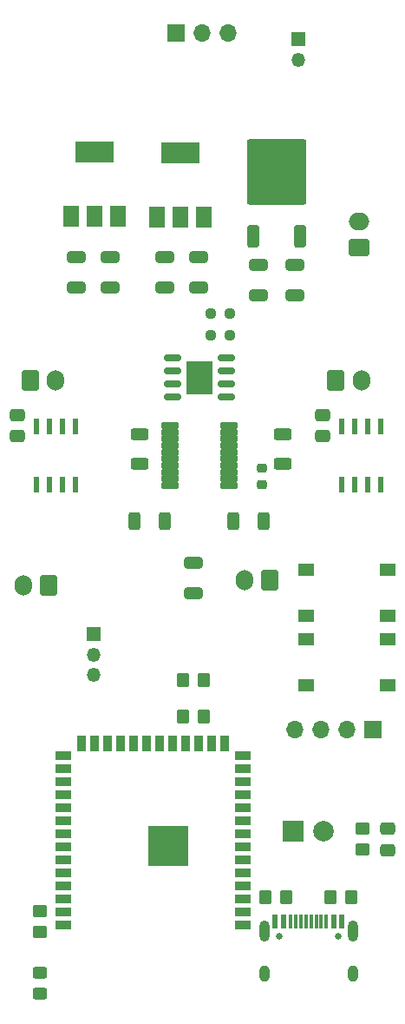
<source format=gts>
G04 #@! TF.GenerationSoftware,KiCad,Pcbnew,7.0.7*
G04 #@! TF.CreationDate,2023-10-22T15:44:31+02:00*
G04 #@! TF.ProjectId,FC Control board 1.1,46432043-6f6e-4747-926f-6c20626f6172,rev?*
G04 #@! TF.SameCoordinates,Original*
G04 #@! TF.FileFunction,Soldermask,Top*
G04 #@! TF.FilePolarity,Negative*
%FSLAX46Y46*%
G04 Gerber Fmt 4.6, Leading zero omitted, Abs format (unit mm)*
G04 Created by KiCad (PCBNEW 7.0.7) date 2023-10-22 15:44:31*
%MOMM*%
%LPD*%
G01*
G04 APERTURE LIST*
G04 Aperture macros list*
%AMRoundRect*
0 Rectangle with rounded corners*
0 $1 Rounding radius*
0 $2 $3 $4 $5 $6 $7 $8 $9 X,Y pos of 4 corners*
0 Add a 4 corners polygon primitive as box body*
4,1,4,$2,$3,$4,$5,$6,$7,$8,$9,$2,$3,0*
0 Add four circle primitives for the rounded corners*
1,1,$1+$1,$2,$3*
1,1,$1+$1,$4,$5*
1,1,$1+$1,$6,$7*
1,1,$1+$1,$8,$9*
0 Add four rect primitives between the rounded corners*
20,1,$1+$1,$2,$3,$4,$5,0*
20,1,$1+$1,$4,$5,$6,$7,0*
20,1,$1+$1,$6,$7,$8,$9,0*
20,1,$1+$1,$8,$9,$2,$3,0*%
G04 Aperture macros list end*
%ADD10RoundRect,0.250000X0.750000X-0.600000X0.750000X0.600000X-0.750000X0.600000X-0.750000X-0.600000X0*%
%ADD11O,2.000000X1.700000*%
%ADD12RoundRect,0.250000X0.650000X-0.325000X0.650000X0.325000X-0.650000X0.325000X-0.650000X-0.325000X0*%
%ADD13RoundRect,0.250000X-0.600000X-0.750000X0.600000X-0.750000X0.600000X0.750000X-0.600000X0.750000X0*%
%ADD14O,1.700000X2.000000*%
%ADD15RoundRect,0.250000X-0.650000X0.325000X-0.650000X-0.325000X0.650000X-0.325000X0.650000X0.325000X0*%
%ADD16RoundRect,0.250000X0.475000X-0.337500X0.475000X0.337500X-0.475000X0.337500X-0.475000X-0.337500X0*%
%ADD17RoundRect,0.250000X-0.475000X0.337500X-0.475000X-0.337500X0.475000X-0.337500X0.475000X0.337500X0*%
%ADD18R,1.500000X2.000000*%
%ADD19R,3.800000X2.000000*%
%ADD20RoundRect,0.250000X0.350000X-0.850000X0.350000X0.850000X-0.350000X0.850000X-0.350000X-0.850000X0*%
%ADD21RoundRect,0.249997X2.650003X-2.950003X2.650003X2.950003X-2.650003X2.950003X-2.650003X-2.950003X0*%
%ADD22RoundRect,0.250000X0.350000X0.450000X-0.350000X0.450000X-0.350000X-0.450000X0.350000X-0.450000X0*%
%ADD23RoundRect,0.250000X-0.450000X0.325000X-0.450000X-0.325000X0.450000X-0.325000X0.450000X0.325000X0*%
%ADD24R,1.700000X1.700000*%
%ADD25O,1.700000X1.700000*%
%ADD26RoundRect,0.150000X0.662500X0.150000X-0.662500X0.150000X-0.662500X-0.150000X0.662500X-0.150000X0*%
%ADD27R,2.514000X3.200000*%
%ADD28RoundRect,0.250000X-0.350000X-0.450000X0.350000X-0.450000X0.350000X0.450000X-0.350000X0.450000X0*%
%ADD29R,1.350000X1.350000*%
%ADD30O,1.350000X1.350000*%
%ADD31RoundRect,0.122500X0.764500X0.184500X-0.764500X0.184500X-0.764500X-0.184500X0.764500X-0.184500X0*%
%ADD32RoundRect,0.250000X0.450000X-0.350000X0.450000X0.350000X-0.450000X0.350000X-0.450000X-0.350000X0*%
%ADD33RoundRect,0.250000X-0.450000X0.350000X-0.450000X-0.350000X0.450000X-0.350000X0.450000X0.350000X0*%
%ADD34R,0.600000X1.650000*%
%ADD35R,1.550000X1.300000*%
%ADD36R,2.000000X2.000000*%
%ADD37C,2.000000*%
%ADD38RoundRect,0.250000X0.625000X-0.312500X0.625000X0.312500X-0.625000X0.312500X-0.625000X-0.312500X0*%
%ADD39R,1.500000X0.900000*%
%ADD40R,0.900000X1.500000*%
%ADD41C,0.600000*%
%ADD42R,3.900000X3.900000*%
%ADD43C,0.650000*%
%ADD44R,0.600000X1.450000*%
%ADD45R,0.300000X1.450000*%
%ADD46O,1.000000X2.100000*%
%ADD47O,1.000000X1.600000*%
%ADD48RoundRect,0.237500X0.250000X0.237500X-0.250000X0.237500X-0.250000X-0.237500X0.250000X-0.237500X0*%
%ADD49RoundRect,0.225000X0.250000X-0.225000X0.250000X0.225000X-0.250000X0.225000X-0.250000X-0.225000X0*%
%ADD50RoundRect,0.250000X0.312500X0.625000X-0.312500X0.625000X-0.312500X-0.625000X0.312500X-0.625000X0*%
%ADD51RoundRect,0.250000X-0.312500X-0.625000X0.312500X-0.625000X0.312500X0.625000X-0.312500X0.625000X0*%
%ADD52RoundRect,0.250000X0.600000X0.750000X-0.600000X0.750000X-0.600000X-0.750000X0.600000X-0.750000X0*%
G04 APERTURE END LIST*
D10*
X222596000Y-124004000D03*
D11*
X222596000Y-121504000D03*
D12*
X194956000Y-127937000D03*
X194956000Y-124987000D03*
D13*
X220289599Y-136959500D03*
D14*
X222789599Y-136959500D03*
D15*
X206390000Y-154760000D03*
X206390000Y-157710000D03*
D16*
X225390000Y-182785000D03*
X225390000Y-180710000D03*
D17*
X189190000Y-140345000D03*
X189190000Y-142420000D03*
D18*
X194434000Y-120976000D03*
X196734000Y-120976000D03*
D19*
X196734000Y-114676000D03*
D18*
X199034000Y-120976000D03*
D20*
X212234000Y-122968000D03*
D21*
X214514000Y-116668000D03*
D20*
X216794000Y-122968000D03*
D22*
X215465000Y-187360000D03*
X213465000Y-187360000D03*
D23*
X191390000Y-194717000D03*
X191390000Y-196767000D03*
D12*
X198306000Y-127937000D03*
X198306000Y-124987000D03*
D24*
X223940000Y-170985000D03*
D25*
X221400000Y-170985000D03*
X218860000Y-170985000D03*
X216320000Y-170985000D03*
D12*
X212735000Y-128708000D03*
X212735000Y-125758000D03*
D26*
X209607500Y-138591000D03*
X209607500Y-137321000D03*
X209607500Y-136051000D03*
X209607500Y-134781000D03*
X204332500Y-134781000D03*
X204332500Y-136051000D03*
X204332500Y-137321000D03*
X204332500Y-138591000D03*
D27*
X206970000Y-136686000D03*
D28*
X219815000Y-187360000D03*
X221815000Y-187360000D03*
D29*
X196640000Y-161710000D03*
D30*
X196640000Y-163710000D03*
X196640000Y-165710000D03*
D31*
X209840000Y-147231000D03*
X209840000Y-146581000D03*
X209840000Y-145931000D03*
X209840000Y-145281000D03*
X209840000Y-144631000D03*
X209840000Y-143981000D03*
X209840000Y-143331000D03*
X209840000Y-142681000D03*
X209840000Y-142031000D03*
X209840000Y-141381000D03*
X204100000Y-141381000D03*
X204100000Y-142031000D03*
X204100000Y-142681000D03*
X204100000Y-143331000D03*
X204100000Y-143981000D03*
X204100000Y-144631000D03*
X204100000Y-145281000D03*
X204100000Y-145931000D03*
X204100000Y-146581000D03*
X204100000Y-147231000D03*
D32*
X222890000Y-182710000D03*
X222890000Y-180710000D03*
D29*
X216640000Y-103710000D03*
D30*
X216640000Y-105710000D03*
D33*
X191390000Y-188710000D03*
X191390000Y-190710000D03*
D34*
X191095000Y-147103500D03*
X192365000Y-147103500D03*
X193635000Y-147103500D03*
X194905000Y-147103500D03*
X194905000Y-141503500D03*
X193635000Y-141503500D03*
X192365000Y-141503500D03*
X191095000Y-141503500D03*
D13*
X190466000Y-136959500D03*
D14*
X192966000Y-136959500D03*
D35*
X225365000Y-166710000D03*
X217415000Y-166710000D03*
X225365000Y-162210000D03*
X217415000Y-162210000D03*
D36*
X216140000Y-180960000D03*
D37*
X219140000Y-180960000D03*
D38*
X215098000Y-145123484D03*
X215098000Y-142198484D03*
D22*
X207390000Y-169710000D03*
X205390000Y-169710000D03*
D39*
X211240000Y-190096000D03*
X211240000Y-188826000D03*
X211240000Y-187556000D03*
X211240000Y-186286000D03*
X211240000Y-185016000D03*
X211240000Y-183746000D03*
X211240000Y-182476000D03*
X211240000Y-181206000D03*
X211240000Y-179936000D03*
X211240000Y-178666000D03*
X211240000Y-177396000D03*
X211240000Y-176126000D03*
X211240000Y-174856000D03*
X211240000Y-173586000D03*
D40*
X209475000Y-172336000D03*
X208205000Y-172336000D03*
X206935000Y-172336000D03*
X205665000Y-172336000D03*
X204395000Y-172336000D03*
X203125000Y-172336000D03*
X201855000Y-172336000D03*
X200585000Y-172336000D03*
X199315000Y-172336000D03*
X198045000Y-172336000D03*
X196775000Y-172336000D03*
X195505000Y-172336000D03*
D39*
X193740000Y-173586000D03*
X193740000Y-174856000D03*
X193740000Y-176126000D03*
X193740000Y-177396000D03*
X193740000Y-178666000D03*
X193740000Y-179936000D03*
X193740000Y-181206000D03*
X193740000Y-182476000D03*
X193740000Y-183746000D03*
X193740000Y-185016000D03*
X193740000Y-186286000D03*
X193740000Y-187556000D03*
X193740000Y-188826000D03*
X193740000Y-190096000D03*
D41*
X205390000Y-183076000D03*
X205390000Y-181676000D03*
X204690000Y-183776000D03*
X204690000Y-182376000D03*
X204690000Y-180976000D03*
X203990000Y-183076000D03*
D42*
X203990000Y-182376000D03*
D41*
X203990000Y-181676000D03*
X203290000Y-183776000D03*
X203290000Y-182376000D03*
X203290000Y-180976000D03*
X202590000Y-183076000D03*
X202590000Y-181676000D03*
D18*
X202816000Y-121078000D03*
X205116000Y-121078000D03*
D19*
X205116000Y-114778000D03*
D18*
X207416000Y-121078000D03*
D43*
X214750000Y-191170000D03*
X220530000Y-191170000D03*
D44*
X214390000Y-189725000D03*
X215190000Y-189725000D03*
D45*
X216390000Y-189725000D03*
X217390000Y-189725000D03*
X217890000Y-189725000D03*
X218890000Y-189725000D03*
D44*
X220090000Y-189725000D03*
X220890000Y-189725000D03*
X220890000Y-189725000D03*
X220090000Y-189725000D03*
D45*
X219390000Y-189725000D03*
X218390000Y-189725000D03*
X216890000Y-189725000D03*
X215890000Y-189725000D03*
D44*
X215190000Y-189725000D03*
X214390000Y-189725000D03*
D46*
X213320000Y-190640000D03*
D47*
X213320000Y-194820000D03*
D46*
X221960000Y-190640000D03*
D47*
X221960000Y-194820000D03*
D12*
X206894000Y-127888000D03*
X206894000Y-124938000D03*
D48*
X209961965Y-132553246D03*
X208136965Y-132553246D03*
D17*
X219013599Y-140345000D03*
X219013599Y-142420000D03*
D49*
X213066000Y-147113000D03*
X213066000Y-145563000D03*
D48*
X209948764Y-130441271D03*
X208123764Y-130441271D03*
D35*
X225340000Y-159960000D03*
X217390000Y-159960000D03*
X225340000Y-155460000D03*
X217390000Y-155460000D03*
D34*
X220918599Y-147103500D03*
X222188599Y-147103500D03*
X223458599Y-147103500D03*
X224728599Y-147103500D03*
X224728599Y-141503500D03*
X223458599Y-141503500D03*
X222188599Y-141503500D03*
X220918599Y-141503500D03*
D12*
X216291000Y-128708000D03*
X216291000Y-125758000D03*
D24*
X204700000Y-103110000D03*
D25*
X207240000Y-103110000D03*
X209780000Y-103110000D03*
D50*
X213258500Y-150656000D03*
X210333500Y-150656000D03*
D38*
X201128000Y-145123484D03*
X201128000Y-142198484D03*
D51*
X200681500Y-150656000D03*
X203606500Y-150656000D03*
D28*
X205390000Y-166210000D03*
X207390000Y-166210000D03*
D12*
X203592000Y-127888000D03*
X203592000Y-124938000D03*
D52*
X213890000Y-156441000D03*
D14*
X211390000Y-156441000D03*
D52*
X192282500Y-156941000D03*
D14*
X189782500Y-156941000D03*
M02*

</source>
